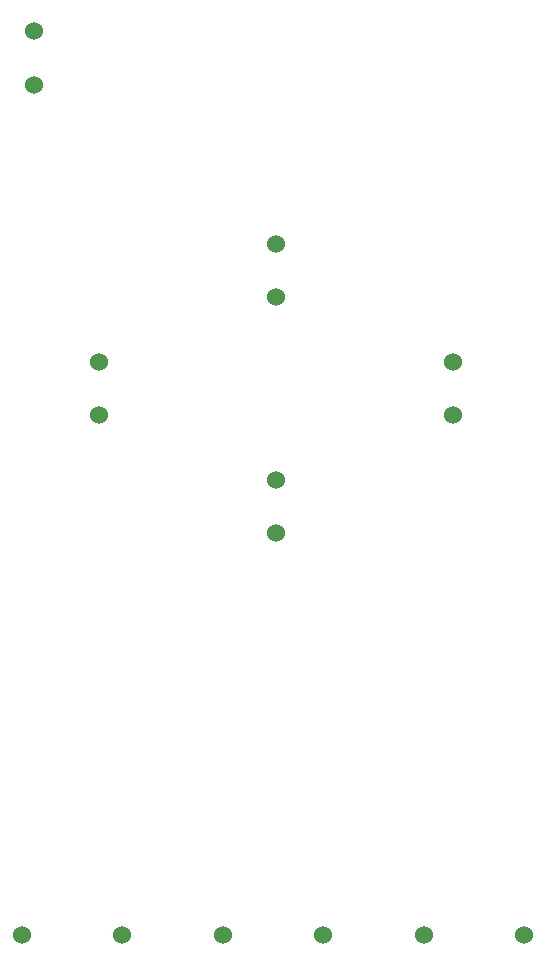
<source format=gbl>
G04 Layer: BottomLayer*
G04 EasyEDA v6.5.47, 2024-10-11 02:17:36*
G04 14285fc0a42144bbae4d0c78d6d6beb8,143eb33344fd4f53ace86dd544093ce2,10*
G04 Gerber Generator version 0.2*
G04 Scale: 100 percent, Rotated: No, Reflected: No *
G04 Dimensions in millimeters *
G04 leading zeros omitted , absolute positions ,4 integer and 5 decimal *
%FSLAX45Y45*%
%MOMM*%

%ADD10C,1.5240*%

%LPD*%
D10*
G01*
X3900017Y-9349994D03*
G01*
X3049981Y-9349994D03*
G01*
X1350010Y-9349994D03*
G01*
X2199995Y-9349994D03*
G01*
X500024Y-9349994D03*
G01*
X4750003Y-9349994D03*
G01*
X4150004Y-4950002D03*
G01*
X4150004Y-4499990D03*
G01*
X2650007Y-3950004D03*
G01*
X2650007Y-3499993D03*
G01*
X1150010Y-4950002D03*
G01*
X1150010Y-4499990D03*
G01*
X2650007Y-5950000D03*
G01*
X2650007Y-5499988D03*
G01*
X600024Y-2150008D03*
G01*
X600024Y-1699996D03*
M02*

</source>
